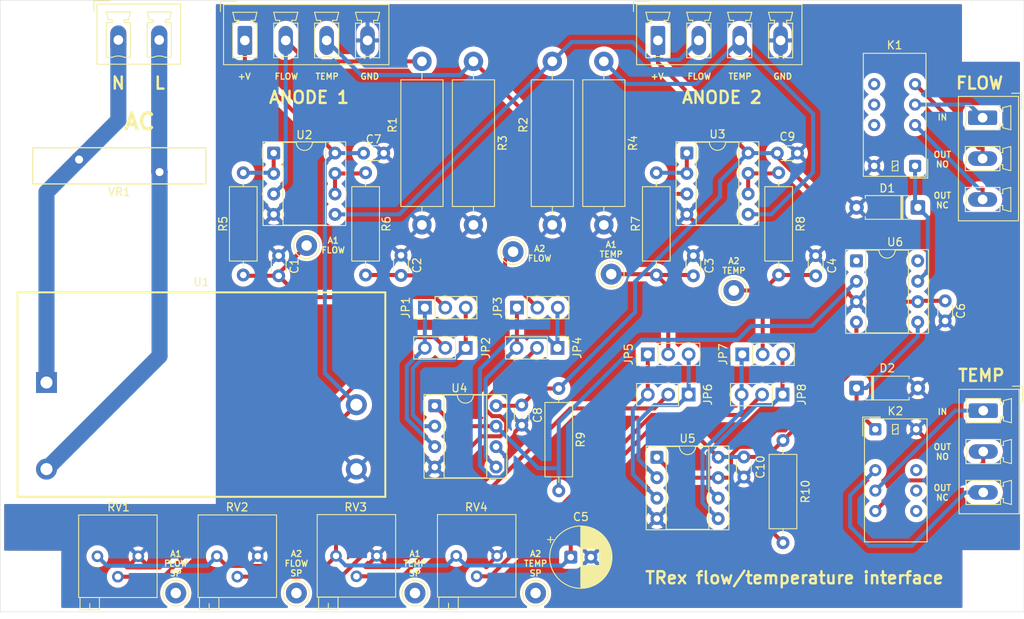
<source format=kicad_pcb>
(kicad_pcb
	(version 20241229)
	(generator "pcbnew")
	(generator_version "9.0")
	(general
		(thickness 1.6)
		(legacy_teardrops no)
	)
	(paper "A4")
	(layers
		(0 "F.Cu" mixed)
		(2 "B.Cu" mixed)
		(9 "F.Adhes" user "F.Adhesive")
		(11 "B.Adhes" user "B.Adhesive")
		(13 "F.Paste" user)
		(15 "B.Paste" user)
		(5 "F.SilkS" user "F.Silkscreen")
		(7 "B.SilkS" user "B.Silkscreen")
		(1 "F.Mask" user)
		(3 "B.Mask" user)
		(17 "Dwgs.User" user "User.Drawings")
		(19 "Cmts.User" user "User.Comments")
		(21 "Eco1.User" user "User.Eco1")
		(23 "Eco2.User" user "User.Eco2")
		(25 "Edge.Cuts" user)
		(27 "Margin" user)
		(31 "F.CrtYd" user "F.Courtyard")
		(29 "B.CrtYd" user "B.Courtyard")
		(35 "F.Fab" user)
		(33 "B.Fab" user)
		(39 "User.1" user)
		(41 "User.2" user)
		(43 "User.3" user)
		(45 "User.4" user)
		(47 "User.5" user)
		(49 "User.6" user)
		(51 "User.7" user)
		(53 "User.8" user)
		(55 "User.9" user)
	)
	(setup
		(stackup
			(layer "F.SilkS"
				(type "Top Silk Screen")
			)
			(layer "F.Paste"
				(type "Top Solder Paste")
			)
			(layer "F.Mask"
				(type "Top Solder Mask")
				(thickness 0.01)
			)
			(layer "F.Cu"
				(type "copper")
				(thickness 0.035)
			)
			(layer "dielectric 1"
				(type "core")
				(thickness 1.51)
				(material "FR4")
				(epsilon_r 4.5)
				(loss_tangent 0.02)
			)
			(layer "B.Cu"
				(type "copper")
				(thickness 0.035)
			)
			(layer "B.Mask"
				(type "Bottom Solder Mask")
				(thickness 0.01)
			)
			(layer "B.Paste"
				(type "Bottom Solder Paste")
			)
			(layer "B.SilkS"
				(type "Bottom Silk Screen")
			)
			(copper_finish "None")
			(dielectric_constraints no)
		)
		(pad_to_mask_clearance 0)
		(allow_soldermask_bridges_in_footprints no)
		(tenting front back)
		(pcbplotparams
			(layerselection 0x00000000_00000000_55555555_57555555)
			(plot_on_all_layers_selection 0x00000000_00000000_00000000_00000000)
			(disableapertmacros no)
			(usegerberextensions no)
			(usegerberattributes yes)
			(usegerberadvancedattributes yes)
			(creategerberjobfile yes)
			(dashed_line_dash_ratio 12.000000)
			(dashed_line_gap_ratio 3.000000)
			(svgprecision 4)
			(plotframeref no)
			(mode 1)
			(useauxorigin no)
			(hpglpennumber 1)
			(hpglpenspeed 20)
			(hpglpendiameter 15.000000)
			(pdf_front_fp_property_popups yes)
			(pdf_back_fp_property_popups yes)
			(pdf_metadata yes)
			(pdf_single_document no)
			(dxfpolygonmode yes)
			(dxfimperialunits yes)
			(dxfusepcbnewfont yes)
			(psnegative no)
			(psa4output no)
			(plot_black_and_white yes)
			(sketchpadsonfab no)
			(plotpadnumbers no)
			(hidednponfab no)
			(sketchdnponfab yes)
			(crossoutdnponfab yes)
			(subtractmaskfromsilk no)
			(outputformat 1)
			(mirror no)
			(drillshape 0)
			(scaleselection 1)
			(outputdirectory "MR_resistivity_transmitter_gerber/")
		)
	)
	(net 0 "")
	(net 1 "Line")
	(net 2 "Neutral")
	(net 3 "GND")
	(net 4 "Net-(D1-K)")
	(net 5 "Net-(JP1-C)")
	(net 6 "Net-(JP3-C)")
	(net 7 "Net-(JP5-C)")
	(net 8 "Net-(JP7-C)")
	(net 9 "Net-(D2-K)")
	(net 10 "Net-(JP1-B)")
	(net 11 "Net-(JP1-A)")
	(net 12 "Net-(JP2-C)")
	(net 13 "Net-(JP3-A)")
	(net 14 "Net-(JP3-B)")
	(net 15 "Net-(JP4-C)")
	(net 16 "Net-(U2A--)")
	(net 17 "Net-(U2B--)")
	(net 18 "unconnected-(K1-Pad10)")
	(net 19 "unconnected-(K1-Pad8)")
	(net 20 "unconnected-(K1-Pad9)")
	(net 21 "+24V")
	(net 22 "Net-(U3A--)")
	(net 23 "Net-(U3B--)")
	(net 24 "Net-(U6-INA)")
	(net 25 "flow_out_no")
	(net 26 "flow_in")
	(net 27 "flow_out_nc")
	(net 28 "temp_in")
	(net 29 "temp_out_no")
	(net 30 "temp_out_nc")
	(net 31 "Net-(JP5-B)")
	(net 32 "Net-(JP5-A)")
	(net 33 "Net-(JP6-C)")
	(net 34 "Net-(JP7-A)")
	(net 35 "Net-(JP7-B)")
	(net 36 "Net-(JP8-C)")
	(net 37 "unconnected-(K2-Pad10)")
	(net 38 "unconnected-(K2-Pad9)")
	(net 39 "unconnected-(K2-Pad8)")
	(net 40 "flow1_rtn")
	(net 41 "flow2_rtn")
	(net 42 "temp1_rtn")
	(net 43 "temp2_rtn")
	(net 44 "Net-(U6-INB)")
	(net 45 "unconnected-(U6-NC_2-Pad8)")
	(net 46 "unconnected-(U6-NC_1-Pad1)")
	(footprint "Connector_Pin:Pin_D1.3mm_L11.0mm" (layer "F.Cu") (at 197.358 93.472))
	(footprint "Capacitor_THT:C_Disc_D3.0mm_W1.6mm_P2.50mm" (layer "F.Cu") (at 207.52 91.64 90))
	(footprint "Connector_PinHeader_2.54mm:PinHeader_1x03_P2.54mm_Vertical" (layer "F.Cu") (at 186.66 101.4 90))
	(footprint "Diode_THT:D_A-405_P7.62mm_Horizontal" (layer "F.Cu") (at 220.218 83.15 180))
	(footprint "Resistor_THT:R_Axial_DIN0516_L15.5mm_D5.0mm_P20.32mm_Horizontal" (layer "F.Cu") (at 158.6 65 -90))
	(footprint "Relay_THT:Relay_DPDT_Kemet_EC2_NU" (layer "F.Cu") (at 214.9325 110.71))
	(footprint "Capacitor_THT:C_Disc_D3.0mm_W1.6mm_P2.50mm" (layer "F.Cu") (at 223.61 94.75 -90))
	(footprint "Resistor_THT:R_Axial_DIN0309_L9.0mm_D3.2mm_P12.70mm_Horizontal" (layer "F.Cu") (at 203.46 124.8 90))
	(footprint "Resistor_THT:R_Axial_DIN0309_L9.0mm_D3.2mm_P12.70mm_Horizontal" (layer "F.Cu") (at 136.4 78.84 -90))
	(footprint "Capacitor_THT:C_Disc_D3.0mm_W1.6mm_P2.50mm" (layer "F.Cu") (at 151.35 76.4))
	(footprint "Connector_Pin:Pin_D1.3mm_L11.0mm" (layer "F.Cu") (at 143.002 131.064))
	(footprint "Connector_Phoenix_MC_HighVoltage:PhoenixContact_MCV_1,5_2-G-5.08_1x02_P5.08mm_Vertical" (layer "F.Cu") (at 120.8775 62.3425))
	(footprint "Package_DIP:DIP-8_W7.62mm_Socket" (layer "F.Cu") (at 212.58 89.78))
	(footprint "Varistor:RV_Disc_D21.5mm_W4.5mm_P10mm" (layer "F.Cu") (at 126 78.753 180))
	(footprint "EasyEDA:PWRM-TH_IRM-10-12" (layer "F.Cu") (at 131.2 110.28))
	(footprint "MountingHole:MountingHole_3.5mm" (layer "F.Cu") (at 229.5 61.25))
	(footprint "Connector_PinHeader_2.54mm:PinHeader_1x03_P2.54mm_Vertical" (layer "F.Cu") (at 198.4 101.4 90))
	(footprint "Connector_Pin:Pin_D1.3mm_L11.0mm" (layer "F.Cu") (at 182.118 91.44))
	(footprint "Connector_Pin:Pin_D1.3mm_L11.0mm" (layer "F.Cu") (at 172.72 131.064))
	(footprint "Connector_PinHeader_2.54mm:PinHeader_1x03_P2.54mm_Vertical" (layer "F.Cu") (at 164.04 100.6 -90))
	(footprint "Capacitor_THT:C_Disc_D3.0mm_W1.6mm_P2.50mm" (layer "F.Cu") (at 198.6 114.15 -90))
	(footprint "Potentiometer_THT:Potentiometer_Bourns_3296P_Horizontal" (layer "F.Cu") (at 118.28 126.49 90))
	(footprint "Connector_PinHeader_2.54mm:PinHeader_1x03_P2.54mm_Vertical" (layer "F.Cu") (at 203.4 106.4 -90))
	(footprint "Resistor_THT:R_Axial_DIN0516_L15.5mm_D5.0mm_P20.32mm_Horizontal" (layer "F.Cu") (at 181.2 65 -90))
	(footprint "Connector_PinHeader_2.54mm:PinHeader_1x03_P2.54mm_Vertical" (layer "F.Cu") (at 175.44 100.6 -90))
	(footprint "MountingHole:MountingHole_3.5mm" (layer "F.Cu") (at 229.6 129.528))
	(footprint "Capacitor_THT:C_Disc_D3.0mm_W1.6mm_P2.50mm" (layer "F.Cu") (at 156 91.59 90))
	(footprint "Relay_THT:Relay_DPDT_Kemet_EC2_NU" (layer "F.Cu") (at 219.87 77.99 180))
	(footprint "Potentiometer_THT:Potentiometer_Bourns_3296P_Horizontal" (layer "F.Cu") (at 147.92 126.44 90))
	(footprint "Capacitor_THT:C_Disc_D3.0mm_W1.6mm_P2.50mm" (layer "F.Cu") (at 140.8 91.64 90))
	(footprint "Capacitor_THT:C_Disc_D3.0mm_W1.6mm_P2.50mm" (layer "F.Cu") (at 171 107.7 -90))
	(footprint "Package_DIP:DIP-8_W7.62mm_Socket" (layer "F.Cu") (at 191.51 76.38))
	(footprint "Connector_Pin:Pin_D1.3mm_L11.0mm" (layer "F.Cu") (at 169.926 88.646))
	(footprint "Connector_PinHeader_2.54mm:PinHeader_1x03_P2.54mm_Vertical" (layer "F.Cu") (at 191.74 106.4 -90))
	(footprint "Resistor_THT:R_Axial_DIN0516_L15.5mm_D5.0mm_P20.32mm_Horizontal" (layer "F.Cu") (at 174.8 65 -90))
	(footprint "Connector_Pin:Pin_D1.3mm_L11.0mm" (layer "F.Cu") (at 128.016 131.064))
	(footprint "Package_DIP:DIP-8_W7.62mm_Socket" (layer "F.Cu") (at 160.19 107.79))
	(footprint "Resistor_THT:R_Axial_DIN0516_L15.5mm_D5.0mm_P20.32mm_Horizontal" (layer "F.Cu") (at 165 65 -90))
	(footprint "Resistor_THT:R_Axial_DIN0309_L9.0mm_D3.2mm_P12.70mm_Horizontal" (layer "F.Cu") (at 175.6 118.35 90))
	(footprint "Package_DIP:DIP-8_W7.62mm_Socket" (layer "F.Cu") (at 187.79 114.19))
	(footprint "Connector_PinHeader_2.54mm:PinHeader_1x03_P2.54mm_Vertical" (layer "F.Cu") (at 158.96 95.6 90))
	(footprint "Capacitor_THT:C_Disc_D3.0mm_W1.6mm_P2.50mm" (layer "F.Cu") (at 202.75 76.4))
	(footprint "Potentiometer_THT:Potentiometer_Bourns_3296P_Horizontal"
		(layer "F.Cu")
		(uuid "b7219877-604b-4ea4-8910-e1b9f72e6e2e")
		(at 133.12 126.48 90)
		(descr "Potentiometer, horizontal, Bourns 3296P, https://www.bourns.com/pdfs/3296.pdf")
		(tags "Potentiometer horizontal Bourns 3296P")
		(property "Reference" "RV2"
			(at 6.084 2.516 180)
			(layer "F.SilkS")
			(uuid "3d84d4dd-ec5d-49cb-a733-409d34659210")
			(effects
				(font
					(size 1 1)
					(thickness 0.15)
				)
			)
		)
		(property "Value" "50k"
			(at -0.76 8.555 90)
			(layer "F.Fab")
			(uuid "39942f8d-3eea-4052-bbb5-da6398309af2")
			(effects
				(font
					(size 1 1)
					(thickness 0.15)
				)
			)
		)
		(property "Datasheet" "~"
			(at 0 0 90)
			(layer "F.Fab")
			(hide yes)
			(uuid "d31af5a2-cc8e-4c54-9787-04c5f8a23c5d")
			(effects
				(font
					(size 1.27 1.27)
					(thickness 0.15)
				)
			)
		)
		(property "Description" "Potentiometer"
			(at 0 0 90)
			(layer "F.Fab")
			(hide yes)
			(uuid "09ccb7cf-fba7-464e-af77-a09b14874e85")
			(effects
				(font
					(size 1.27 1.27)
					(thickness 0.15)
				)
			)
		)
		(property ki_fp_filters "Potentiometer*")
		(path "/521c486e-5f48-4b54-8d95-342f56edfcd6")
		(sheetname "/")
		(sheetfile "TRex_MR_Flow_Temp.kicad_sch")
		(attr through_hole)
		(fp_line
			(start 5.125 -2.335)
			(end 5.125 7.415)
			(stroke
				(width 0.12)
				(type solid)
			)
			(layer "F.SilkS")
			(uuid "c2e54062-d924-482c-9bb0-3c4a538647d0")
		)
		(fp_line
			(start -5.125 -2.335)
			(end 5.125 -2.335)
			(stroke
				(width 0.12)
				(type solid)
			)
			(layer "F.SilkS")
			(uuid "e768b79b-3b3d-44a9-94c9-65edb6d935bb")
		)
		(fp_line
			(start -5.125 -2.16)
			(end -5.125 0.25)
			(stroke
				(width 0.12)
				(type solid)
			)
			(layer "F.SilkS")
			(uuid "a55b8065-39dc-4ae3-a11f-21d0d694c93f")
		)
		(fp_line
			(start -6.645 -2.16)
			(end -5.125 -2.16)
			(stroke
				(width 0.12)
				(type solid)
			)
			(layer "F.SilkS")
			(uuid "a235d1f8-cee2-4f02-b50a-c554e695362e")
		)
		(fp_line
			(start -6.645 -0.955)
			(end -5.885 -0.955)
			(stroke
				(width 0.12)
				(type solid)
			)
			(layer "F.SilkS")
			(uuid "23128551-8c03-4869-b4fe-6e226dcc6ad4")
		)
		(fp_line
			(start -5.125 0.25)
			(end -6.645 0.25)
			(stroke
				(width 0.12)
				(type solid)
			)
			(layer "F.SilkS")
			(uuid "68ede578-dc5c-4d9f-86fd-f5272e986125")
		)
		(fp_line
			(start -6.645 0.25)
			(end -6.645 -2.16)
			(stroke
				(width 0.12)
				(type solid)
			)
			(layer "F.SilkS")
			(uuid "1a462eb5-a2d8-4c92-bfa1-9bbcbd1c4c0c")
		)
		(fp_line
			(start 5.125 7.415)
			(end -5.125 7.415)
			(stroke
				(width 0.12)
				(type solid)
			)
			(layer "F.SilkS")
			(uuid "9d6c64d2-87da-4fec-ae52-6369a4e9e71f")
		)
		(fp_line
			(start -5.125 7.415)
			(end -5.125 -2.335)
			(stroke
				(width 0.12)
				(type solid)
			)
			(layer "F.SilkS")
			(uuid "8c3adba3-fba5-4b65-8b53-9c39c9a441a8")
		)
		(fp_rect
			(start -6.79 -2.48)
			(end 5.27 7.56)
			(stroke
				(width 0.05)
				(type solid)
			)
			(fill no)
			(layer "F.CrtYd")
			(uuid "f21f9890-9fee-4649-aeb2-2f993261654b")
		)
		(fp_line
			(start -6.535 -0.955)
			(end -5.775 -0.955)
			(stroke
				(width 0.1)
				(type solid)
			)
			(layer "F.Fab")
			(uuid "27ef2ca7-72d1-4417-915e-b0bf52099af7")
		)
		(fp_rect
			(start -5.015 -2.225)
			(end 5.015 7.305)
			(stroke
				(width 0.1)
				(type solid)
			)
			(fill no)
			(layer "F.Fab")
			(uuid "5743c936-0974-48cf-997b-827e9f1e3b38")
		)
		(fp_rect
			(start -6.535 -2.05)
			(end -5.015 0.14)
			(stroke
				(width 0.1)
				(type solid)
			)
			(fill no)
			(layer "F.Fab")
			(uuid "266bc512-0407-4df7-840a-ead56adaa092")
		)
		(fp_text user "${REFERENCE}"
			(at 0 2.54 90)
			(layer "F.Fab")
			(uuid "2add03d2-d1de-4793-8084-4d9958815fb7")
			(effects
				(font
					(size 1 1)
					(thickness 0.15)
				)
			)
		)
		(pad "1" thru_hole circle
			(at 0 0 90)
			(size 1.44 1.44)
			(drill 0.8)
			(layers "*.Cu" "*.Mask")
			(remove_unused_layers no)
			(net 21 "+24V")
			(pinfunction "1")
			(pintype "passive")
			(uuid "40b29945-a389-4046-9c24-aa3ed6408d45")
		)
		(pad "2" thru_hole circle
			(at -2.54 2.54 90)
			(size 1.44 1.44)
			(drill 0.8)
			(layers "*.Cu" "*.Mask")
			(remove_unused_layers no)
			(net 15 "Net-(JP4-C)")
			(pinfunction "2")
			(pintype "passive")
			(uuid "f75abf42-6653-4dae-996d-b674bcc9ce54")
		)
		(pad "3" thru_hole circle
			(at 0 5.08 90)
			(size 1.44 1.44)
			(drill 0.8)
			(layers "*.Cu" "*.Mask")
			(remove_unused_layers no)
			(net 3 "GND")
			(pinfunction "3")
			(pintype "passive")
			(uuid "e0704e61-1716-4879-9450-913af33196f1")
		)
		(embedded_fonts no)
		(model "${KICAD9_3DMO
... [679994 chars truncated]
</source>
